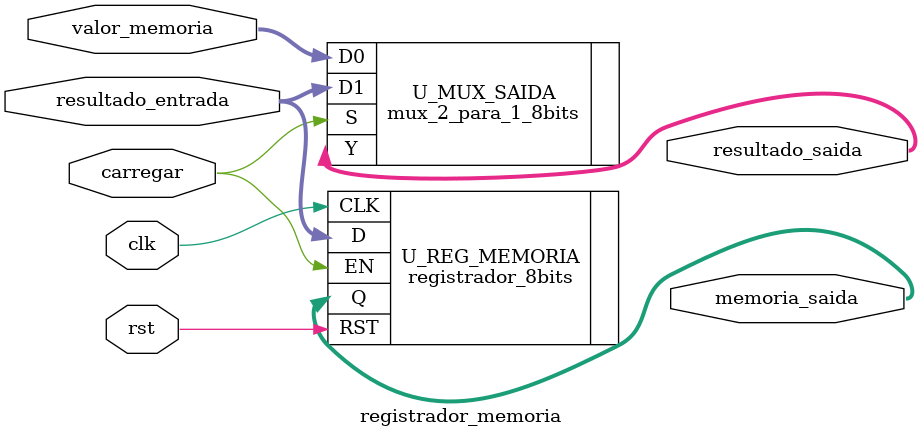
<source format=v>

module registrador_memoria (
    input  wire [7:0] resultado_entrada,  // Resultado a ser armazenado
    input  wire clk,                      // Clock
    input  wire rst,                      // Reset (ativo baixo)
    input  wire carregar,                 // Sinal para carregar novo resultado
    input  wire [7:0] valor_memoria,      // Valor atual da memória
    output wire [7:0] memoria_saida,      // Saída da memória
    output wire [7:0] resultado_saida     // Saída do resultado (para exibição)
);

    // Registrador de 8 bits para armazenar o último resultado
    registrador_8bits U_REG_MEMORIA (
        .D(resultado_entrada),
        .CLK(clk),
        .RST(rst),
        .EN(carregar),
        .Q(memoria_saida)
    );

    // Multiplexador para selecionar entre memória e resultado atual
    mux_2_para_1_8bits U_MUX_SAIDA (
        .D0(valor_memoria),      // Valor da memória
        .D1(resultado_entrada),  // Resultado atual
        .S(carregar),            // Selecionar baseado no sinal de carregar
        .Y(resultado_saida)
    );

endmodule

</source>
